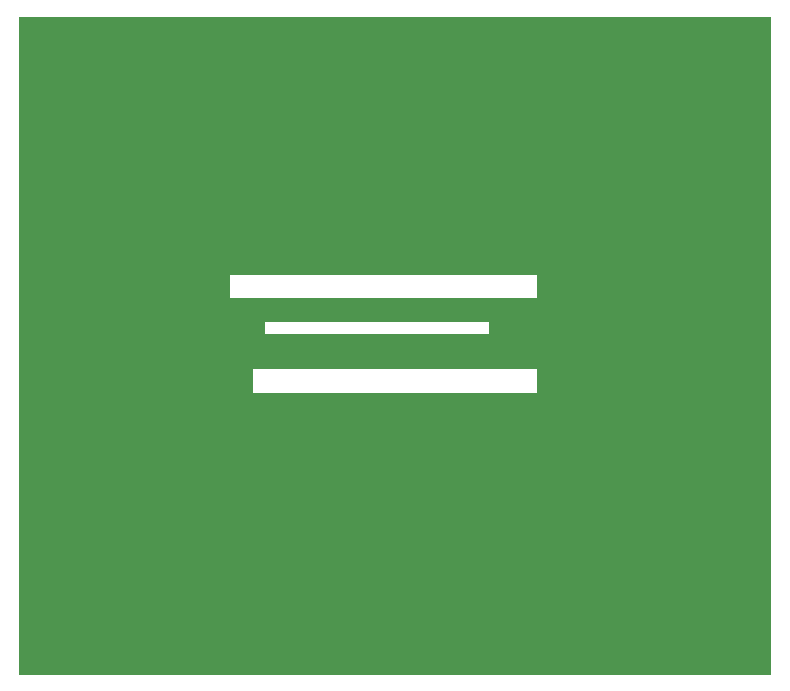
<source format=gbr>
G04 =======================================* 
G04 File Format: RS-274X * 
G04 Date:        November 15 2024 * 
G04 Time:        13:50:03 * 
G04 =======================================* 
G04 Format description *** 
G04 Code:          ASCII * 
G04 Unit:          Millimeter * 
G04 Coordinates:   Absolut * 
G04 Digits:        3.3-format * 
G04 Zeros skipped: Leading zeros omitted * 
G04 =======================================* 
%FSLAX33Y33*%
%MOMM*%
G90*
G71*
%LPD*%
G36*
G01X-31850Y-27850D02*
G01X31850Y-27850D01*
G01X31850Y27850D01*
G01X-31850Y27850D01*
G37*
%LPD*%
G36*
G01X-1300Y-27850D02*
G01X1300Y-27850D01*
G01X1300Y-4550D01*
G01X1640Y-4550D01*
G01X1640Y-13550D01*
G01X17050Y-13550D01*
G01X17050Y-10000D01*
G01X14000Y-10000D01*
G01X14000Y10000D01*
G01X17050Y10000D01*
G01X17050Y13550D01*
G01X-12050Y13550D01*
G01X-12050Y8550D01*
G01X-17050Y8550D01*
G01X-17050Y-8550D01*
G01X-12050Y-8550D01*
G01X-12050Y-13550D01*
G01X-1640Y-13550D01*
G01X-1640Y-4550D01*
G01X-1300Y-4550D01*
G37*
%LPC*%
G36*
G01X12000Y4000D02*
G01X-14000Y4000D01*
G01X-14000Y6000D01*
G01X12000Y6000D01*
G37*
G36*
G01X12000Y-4000D02*
G01X-12000Y-4000D01*
G01X-12000Y-2000D01*
G01X12000Y-2000D01*
G37*
G36*
G01X8000Y1000D02*
G01X-11000Y1000D01*
G01X-11000Y2000D01*
G01X8000Y2000D01*
G37*
%LPD*%
G36*
G01X-16000Y-10000D02*
G01X-24000Y-10000D01*
G01X-24000Y10000D01*
G01X-16000Y10000D01*
G01X-16000Y14000D01*
G01X-26000Y14000D01*
G01X-26000Y7000D01*
G01X-29000Y7000D01*
G01X-29000Y-8000D01*
G01X-26000Y-8000D01*
G01X-26000Y-14000D01*
G01X-16000Y-14000D01*
G37*
M02* 
G04 End Of Gerber File* 

</source>
